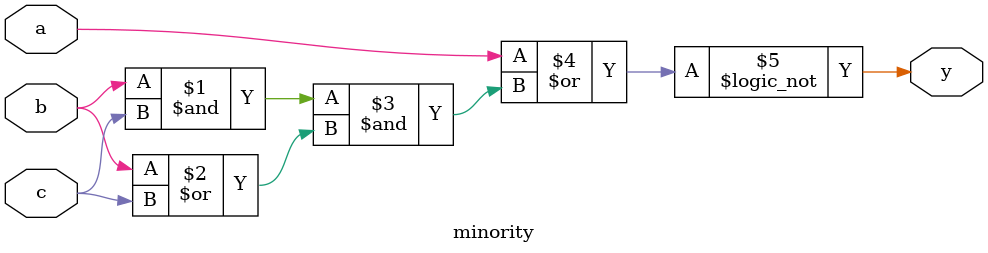
<source format=v>
module minority (a, b, c, y);
	input a, b, c;
	output y;
	
	// y = !a!b + !a!c + !b!c = 
	// = !a(!b + !c) + !b!c =
	// = !(a + bc (b + c))
	
	assign y = !(a | (b & c) & (b | c));
endmodule

</source>
